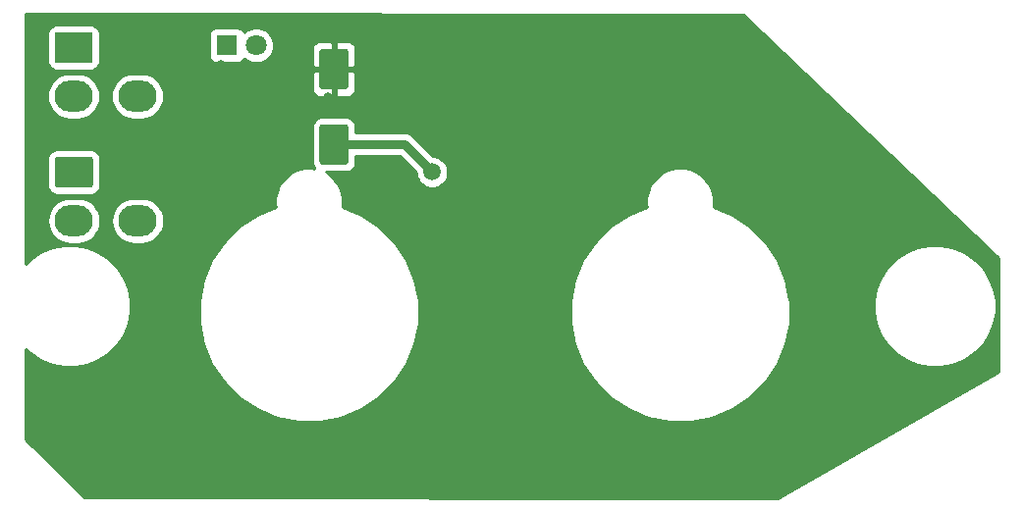
<source format=gbr>
%TF.GenerationSoftware,KiCad,Pcbnew,(5.1.10)-1*%
%TF.CreationDate,2021-10-30T00:49:30-07:00*%
%TF.ProjectId,ANT SEL Panel PCB V2,414e5420-5345-44c2-9050-616e656c2050,rev?*%
%TF.SameCoordinates,Original*%
%TF.FileFunction,Copper,L2,Bot*%
%TF.FilePolarity,Positive*%
%FSLAX46Y46*%
G04 Gerber Fmt 4.6, Leading zero omitted, Abs format (unit mm)*
G04 Created by KiCad (PCBNEW (5.1.10)-1) date 2021-10-30 00:49:30*
%MOMM*%
%LPD*%
G01*
G04 APERTURE LIST*
%TA.AperFunction,ComponentPad*%
%ADD10O,3.300000X2.700000*%
%TD*%
%TA.AperFunction,ComponentPad*%
%ADD11C,1.800000*%
%TD*%
%TA.AperFunction,ComponentPad*%
%ADD12R,1.800000X1.800000*%
%TD*%
%TA.AperFunction,ViaPad*%
%ADD13C,0.800000*%
%TD*%
%TA.AperFunction,ViaPad*%
%ADD14C,1.500000*%
%TD*%
%TA.AperFunction,Conductor*%
%ADD15C,0.750000*%
%TD*%
%TA.AperFunction,Conductor*%
%ADD16C,0.254000*%
%TD*%
%TA.AperFunction,Conductor*%
%ADD17C,0.100000*%
%TD*%
G04 APERTURE END LIST*
D10*
%TO.P,J2,4*%
%TO.N,/DATAOUT*%
X87930620Y-56889760D03*
%TO.P,J2,3*%
%TO.N,/LEDGND*%
X87930620Y-52689760D03*
%TO.P,J2,2*%
%TO.N,/LED+5V*%
X82430620Y-56889760D03*
%TO.P,J2,1*%
%TA.AperFunction,ComponentPad*%
G36*
G01*
X81030621Y-51339760D02*
X83830619Y-51339760D01*
G75*
G02*
X84080620Y-51589761I0J-250001D01*
G01*
X84080620Y-53789759D01*
G75*
G02*
X83830619Y-54039760I-250001J0D01*
G01*
X81030621Y-54039760D01*
G75*
G02*
X80780620Y-53789759I0J250001D01*
G01*
X80780620Y-51589761D01*
G75*
G02*
X81030621Y-51339760I250001J0D01*
G01*
G37*
%TD.AperFunction*%
%TD*%
%TO.P,J1,4*%
%TO.N,/DATAIN*%
X87905220Y-46137940D03*
%TO.P,J1,3*%
%TO.N,/LEDGND*%
X87905220Y-41937940D03*
%TO.P,J1,2*%
%TO.N,/LED+5V*%
X82405220Y-46137940D03*
%TO.P,J1,1*%
%TA.AperFunction,ComponentPad*%
G36*
G01*
X81005221Y-40587940D02*
X83805219Y-40587940D01*
G75*
G02*
X84055220Y-40837941I0J-250001D01*
G01*
X84055220Y-43037939D01*
G75*
G02*
X83805219Y-43287940I-250001J0D01*
G01*
X81005221Y-43287940D01*
G75*
G02*
X80755220Y-43037939I0J250001D01*
G01*
X80755220Y-40837941D01*
G75*
G02*
X81005221Y-40587940I250001J0D01*
G01*
G37*
%TD.AperFunction*%
%TD*%
D11*
%TO.P,D14,2*%
%TO.N,/LED+5V*%
X98150000Y-41750000D03*
D12*
%TO.P,D14,1*%
%TO.N,Net-(D14-Pad1)*%
X95610000Y-41750000D03*
%TD*%
%TO.P,C1,2*%
%TO.N,/LEDGND*%
%TA.AperFunction,SMDPad,CuDef*%
G36*
G01*
X105850000Y-45550000D02*
X103850000Y-45550000D01*
G75*
G02*
X103600000Y-45300000I0J250000D01*
G01*
X103600000Y-42300000D01*
G75*
G02*
X103850000Y-42050000I250000J0D01*
G01*
X105850000Y-42050000D01*
G75*
G02*
X106100000Y-42300000I0J-250000D01*
G01*
X106100000Y-45300000D01*
G75*
G02*
X105850000Y-45550000I-250000J0D01*
G01*
G37*
%TD.AperFunction*%
%TO.P,C1,1*%
%TO.N,/LED+5V*%
%TA.AperFunction,SMDPad,CuDef*%
G36*
G01*
X105850000Y-52050000D02*
X103850000Y-52050000D01*
G75*
G02*
X103600000Y-51800000I0J250000D01*
G01*
X103600000Y-48800000D01*
G75*
G02*
X103850000Y-48550000I250000J0D01*
G01*
X105850000Y-48550000D01*
G75*
G02*
X106100000Y-48800000I0J-250000D01*
G01*
X106100000Y-51800000D01*
G75*
G02*
X105850000Y-52050000I-250000J0D01*
G01*
G37*
%TD.AperFunction*%
%TD*%
D13*
%TO.N,/LEDGND*%
X112524240Y-47086820D03*
X112623600Y-44361100D03*
X120291860Y-44602400D03*
X127589280Y-44663360D03*
X138897360Y-50360580D03*
X144447260Y-56715660D03*
X133728460Y-78181200D03*
X110837980Y-77518260D03*
X101510200Y-78842500D03*
X93078300Y-72771000D03*
X97840800Y-46743620D03*
X104294940Y-46222920D03*
X127073660Y-51531520D03*
X95074740Y-43426380D03*
X144505680Y-76344780D03*
D14*
%TO.N,/LED+5V*%
X113309400Y-52677060D03*
%TD*%
D15*
%TO.N,/LED+5V*%
X104850000Y-50300000D02*
X104850000Y-50910560D01*
X104850000Y-50300000D02*
X110932340Y-50300000D01*
X110932340Y-50300000D02*
X113309400Y-52677060D01*
X113309400Y-52677060D02*
X113309400Y-52677060D01*
%TD*%
D16*
%TO.N,/LEDGND*%
X140174330Y-39109453D02*
X162129000Y-60134851D01*
X162129001Y-69910574D01*
X143073640Y-80848846D01*
X83341063Y-80798439D01*
X78285000Y-75765351D01*
X78285000Y-67942907D01*
X78696679Y-68354586D01*
X79560973Y-68932090D01*
X80521326Y-69329881D01*
X81540831Y-69532673D01*
X82580309Y-69532673D01*
X83599814Y-69329881D01*
X84560167Y-68932090D01*
X85424461Y-68354586D01*
X86159483Y-67619564D01*
X86736987Y-66755270D01*
X87134778Y-65794917D01*
X87337570Y-64775412D01*
X87337570Y-63830270D01*
X93221070Y-63830270D01*
X93221070Y-65697076D01*
X93585266Y-67528012D01*
X94299662Y-69252716D01*
X95336804Y-70804908D01*
X96656835Y-72124939D01*
X98209027Y-73162081D01*
X99933731Y-73876477D01*
X101764667Y-74240673D01*
X103631473Y-74240673D01*
X105462409Y-73876477D01*
X107187113Y-73162081D01*
X108739305Y-72124939D01*
X110059336Y-70804908D01*
X111096478Y-69252716D01*
X111810874Y-67528012D01*
X112175070Y-65697076D01*
X112175070Y-63830270D01*
X125225070Y-63830270D01*
X125225070Y-65697076D01*
X125589266Y-67528012D01*
X126303662Y-69252716D01*
X127340804Y-70804908D01*
X128660835Y-72124939D01*
X130213027Y-73162081D01*
X131937731Y-73876477D01*
X133768667Y-74240673D01*
X135635473Y-74240673D01*
X137466409Y-73876477D01*
X139191113Y-73162081D01*
X140743305Y-72124939D01*
X142063336Y-70804908D01*
X143100478Y-69252716D01*
X143814874Y-67528012D01*
X144179070Y-65697076D01*
X144179070Y-63830270D01*
X144160306Y-63735934D01*
X151396070Y-63735934D01*
X151396070Y-64775412D01*
X151598862Y-65794917D01*
X151996653Y-66755270D01*
X152574157Y-67619564D01*
X153309179Y-68354586D01*
X154173473Y-68932090D01*
X155133826Y-69329881D01*
X156153331Y-69532673D01*
X157192809Y-69532673D01*
X158212314Y-69329881D01*
X159172667Y-68932090D01*
X160036961Y-68354586D01*
X160771983Y-67619564D01*
X161349487Y-66755270D01*
X161747278Y-65794917D01*
X161950070Y-64775412D01*
X161950070Y-63735934D01*
X161747278Y-62716429D01*
X161349487Y-61756076D01*
X160771983Y-60891782D01*
X160036961Y-60156760D01*
X159172667Y-59579256D01*
X158212314Y-59181465D01*
X157192809Y-58978673D01*
X156153331Y-58978673D01*
X155133826Y-59181465D01*
X154173473Y-59579256D01*
X153309179Y-60156760D01*
X152574157Y-60891782D01*
X151996653Y-61756076D01*
X151598862Y-62716429D01*
X151396070Y-63735934D01*
X144160306Y-63735934D01*
X143814874Y-61999334D01*
X143100478Y-60274630D01*
X142063336Y-58722438D01*
X140743305Y-57402407D01*
X139191113Y-56365265D01*
X137580729Y-55698222D01*
X137615070Y-55525578D01*
X137615070Y-54951768D01*
X137503125Y-54388982D01*
X137283537Y-53858850D01*
X136964745Y-53381744D01*
X136558999Y-52975998D01*
X136081893Y-52657206D01*
X135551761Y-52437618D01*
X134988975Y-52325673D01*
X134415165Y-52325673D01*
X133852379Y-52437618D01*
X133322247Y-52657206D01*
X132845141Y-52975998D01*
X132439395Y-53381744D01*
X132120603Y-53858850D01*
X131901015Y-54388982D01*
X131789070Y-54951768D01*
X131789070Y-55525578D01*
X131823411Y-55698222D01*
X130213027Y-56365265D01*
X128660835Y-57402407D01*
X127340804Y-58722438D01*
X126303662Y-60274630D01*
X125589266Y-61999334D01*
X125225070Y-63830270D01*
X112175070Y-63830270D01*
X111810874Y-61999334D01*
X111096478Y-60274630D01*
X110059336Y-58722438D01*
X108739305Y-57402407D01*
X107187113Y-56365265D01*
X105576729Y-55698222D01*
X105611070Y-55525578D01*
X105611070Y-54951768D01*
X105499125Y-54388982D01*
X105279537Y-53858850D01*
X104960745Y-53381744D01*
X104554999Y-52975998D01*
X104124087Y-52688072D01*
X105850000Y-52688072D01*
X106023254Y-52671008D01*
X106189850Y-52620472D01*
X106343386Y-52538405D01*
X106477962Y-52427962D01*
X106588405Y-52293386D01*
X106670472Y-52139850D01*
X106721008Y-51973254D01*
X106738072Y-51800000D01*
X106738072Y-51310000D01*
X110513985Y-51310000D01*
X111924400Y-52720416D01*
X111924400Y-52813471D01*
X111977625Y-53081049D01*
X112082029Y-53333103D01*
X112233601Y-53559946D01*
X112426514Y-53752859D01*
X112653357Y-53904431D01*
X112905411Y-54008835D01*
X113172989Y-54062060D01*
X113445811Y-54062060D01*
X113713389Y-54008835D01*
X113965443Y-53904431D01*
X114192286Y-53752859D01*
X114385199Y-53559946D01*
X114536771Y-53333103D01*
X114641175Y-53081049D01*
X114694400Y-52813471D01*
X114694400Y-52540649D01*
X114641175Y-52273071D01*
X114536771Y-52021017D01*
X114385199Y-51794174D01*
X114192286Y-51601261D01*
X113965443Y-51449689D01*
X113713389Y-51345285D01*
X113445811Y-51292060D01*
X113352756Y-51292060D01*
X111681601Y-49620906D01*
X111649973Y-49582367D01*
X111496180Y-49456153D01*
X111320720Y-49362368D01*
X111130334Y-49304615D01*
X110981948Y-49290000D01*
X110932340Y-49285114D01*
X110882732Y-49290000D01*
X106738072Y-49290000D01*
X106738072Y-48800000D01*
X106721008Y-48626746D01*
X106670472Y-48460150D01*
X106588405Y-48306614D01*
X106477962Y-48172038D01*
X106343386Y-48061595D01*
X106189850Y-47979528D01*
X106023254Y-47928992D01*
X105850000Y-47911928D01*
X103850000Y-47911928D01*
X103676746Y-47928992D01*
X103510150Y-47979528D01*
X103356614Y-48061595D01*
X103222038Y-48172038D01*
X103111595Y-48306614D01*
X103029528Y-48460150D01*
X102978992Y-48626746D01*
X102961928Y-48800000D01*
X102961928Y-51800000D01*
X102978992Y-51973254D01*
X103029528Y-52139850D01*
X103111595Y-52293386D01*
X103167964Y-52362072D01*
X102984975Y-52325673D01*
X102411165Y-52325673D01*
X101848379Y-52437618D01*
X101318247Y-52657206D01*
X100841141Y-52975998D01*
X100435395Y-53381744D01*
X100116603Y-53858850D01*
X99897015Y-54388982D01*
X99785070Y-54951768D01*
X99785070Y-55525578D01*
X99819411Y-55698222D01*
X98209027Y-56365265D01*
X96656835Y-57402407D01*
X95336804Y-58722438D01*
X94299662Y-60274630D01*
X93585266Y-61999334D01*
X93221070Y-63830270D01*
X87337570Y-63830270D01*
X87337570Y-63735934D01*
X87134778Y-62716429D01*
X86736987Y-61756076D01*
X86159483Y-60891782D01*
X85424461Y-60156760D01*
X84560167Y-59579256D01*
X83599814Y-59181465D01*
X82580309Y-58978673D01*
X81540831Y-58978673D01*
X80521326Y-59181465D01*
X79560973Y-59579256D01*
X78696679Y-60156760D01*
X78285000Y-60568439D01*
X78285000Y-56889760D01*
X80136016Y-56889760D01*
X80174342Y-57278888D01*
X80287846Y-57653062D01*
X80472167Y-57997903D01*
X80720222Y-58300158D01*
X81022477Y-58548213D01*
X81367318Y-58732534D01*
X81741492Y-58846038D01*
X82033110Y-58874760D01*
X82828130Y-58874760D01*
X83119748Y-58846038D01*
X83493922Y-58732534D01*
X83838763Y-58548213D01*
X84141018Y-58300158D01*
X84389073Y-57997903D01*
X84573394Y-57653062D01*
X84686898Y-57278888D01*
X84725224Y-56889760D01*
X85636016Y-56889760D01*
X85674342Y-57278888D01*
X85787846Y-57653062D01*
X85972167Y-57997903D01*
X86220222Y-58300158D01*
X86522477Y-58548213D01*
X86867318Y-58732534D01*
X87241492Y-58846038D01*
X87533110Y-58874760D01*
X88328130Y-58874760D01*
X88619748Y-58846038D01*
X88993922Y-58732534D01*
X89338763Y-58548213D01*
X89641018Y-58300158D01*
X89889073Y-57997903D01*
X90073394Y-57653062D01*
X90186898Y-57278888D01*
X90225224Y-56889760D01*
X90186898Y-56500632D01*
X90073394Y-56126458D01*
X89889073Y-55781617D01*
X89641018Y-55479362D01*
X89338763Y-55231307D01*
X88993922Y-55046986D01*
X88619748Y-54933482D01*
X88328130Y-54904760D01*
X87533110Y-54904760D01*
X87241492Y-54933482D01*
X86867318Y-55046986D01*
X86522477Y-55231307D01*
X86220222Y-55479362D01*
X85972167Y-55781617D01*
X85787846Y-56126458D01*
X85674342Y-56500632D01*
X85636016Y-56889760D01*
X84725224Y-56889760D01*
X84686898Y-56500632D01*
X84573394Y-56126458D01*
X84389073Y-55781617D01*
X84141018Y-55479362D01*
X83838763Y-55231307D01*
X83493922Y-55046986D01*
X83119748Y-54933482D01*
X82828130Y-54904760D01*
X82033110Y-54904760D01*
X81741492Y-54933482D01*
X81367318Y-55046986D01*
X81022477Y-55231307D01*
X80720222Y-55479362D01*
X80472167Y-55781617D01*
X80287846Y-56126458D01*
X80174342Y-56500632D01*
X80136016Y-56889760D01*
X78285000Y-56889760D01*
X78285000Y-51589761D01*
X80142548Y-51589761D01*
X80142548Y-53789759D01*
X80159612Y-53963013D01*
X80210149Y-54129610D01*
X80292215Y-54283146D01*
X80402659Y-54417721D01*
X80537234Y-54528165D01*
X80690770Y-54610231D01*
X80857367Y-54660768D01*
X81030621Y-54677832D01*
X83830619Y-54677832D01*
X84003873Y-54660768D01*
X84170470Y-54610231D01*
X84324006Y-54528165D01*
X84458581Y-54417721D01*
X84569025Y-54283146D01*
X84651091Y-54129610D01*
X84701628Y-53963013D01*
X84718692Y-53789759D01*
X84718692Y-51589761D01*
X84701628Y-51416507D01*
X84651091Y-51249910D01*
X84569025Y-51096374D01*
X84458581Y-50961799D01*
X84324006Y-50851355D01*
X84170470Y-50769289D01*
X84003873Y-50718752D01*
X83830619Y-50701688D01*
X81030621Y-50701688D01*
X80857367Y-50718752D01*
X80690770Y-50769289D01*
X80537234Y-50851355D01*
X80402659Y-50961799D01*
X80292215Y-51096374D01*
X80210149Y-51249910D01*
X80159612Y-51416507D01*
X80142548Y-51589761D01*
X78285000Y-51589761D01*
X78285000Y-46137940D01*
X80110616Y-46137940D01*
X80148942Y-46527068D01*
X80262446Y-46901242D01*
X80446767Y-47246083D01*
X80694822Y-47548338D01*
X80997077Y-47796393D01*
X81341918Y-47980714D01*
X81716092Y-48094218D01*
X82007710Y-48122940D01*
X82802730Y-48122940D01*
X83094348Y-48094218D01*
X83468522Y-47980714D01*
X83813363Y-47796393D01*
X84115618Y-47548338D01*
X84363673Y-47246083D01*
X84547994Y-46901242D01*
X84661498Y-46527068D01*
X84699824Y-46137940D01*
X85610616Y-46137940D01*
X85648942Y-46527068D01*
X85762446Y-46901242D01*
X85946767Y-47246083D01*
X86194822Y-47548338D01*
X86497077Y-47796393D01*
X86841918Y-47980714D01*
X87216092Y-48094218D01*
X87507710Y-48122940D01*
X88302730Y-48122940D01*
X88594348Y-48094218D01*
X88968522Y-47980714D01*
X89313363Y-47796393D01*
X89615618Y-47548338D01*
X89863673Y-47246083D01*
X90047994Y-46901242D01*
X90161498Y-46527068D01*
X90199824Y-46137940D01*
X90161498Y-45748812D01*
X90101190Y-45550000D01*
X102961928Y-45550000D01*
X102974188Y-45674482D01*
X103010498Y-45794180D01*
X103069463Y-45904494D01*
X103148815Y-46001185D01*
X103245506Y-46080537D01*
X103355820Y-46139502D01*
X103475518Y-46175812D01*
X103600000Y-46188072D01*
X104564250Y-46185000D01*
X104723000Y-46026250D01*
X104723000Y-43927000D01*
X104977000Y-43927000D01*
X104977000Y-46026250D01*
X105135750Y-46185000D01*
X106100000Y-46188072D01*
X106224482Y-46175812D01*
X106344180Y-46139502D01*
X106454494Y-46080537D01*
X106551185Y-46001185D01*
X106630537Y-45904494D01*
X106689502Y-45794180D01*
X106725812Y-45674482D01*
X106738072Y-45550000D01*
X106735000Y-44085750D01*
X106576250Y-43927000D01*
X104977000Y-43927000D01*
X104723000Y-43927000D01*
X103123750Y-43927000D01*
X102965000Y-44085750D01*
X102961928Y-45550000D01*
X90101190Y-45550000D01*
X90047994Y-45374638D01*
X89863673Y-45029797D01*
X89615618Y-44727542D01*
X89313363Y-44479487D01*
X88968522Y-44295166D01*
X88594348Y-44181662D01*
X88302730Y-44152940D01*
X87507710Y-44152940D01*
X87216092Y-44181662D01*
X86841918Y-44295166D01*
X86497077Y-44479487D01*
X86194822Y-44727542D01*
X85946767Y-45029797D01*
X85762446Y-45374638D01*
X85648942Y-45748812D01*
X85610616Y-46137940D01*
X84699824Y-46137940D01*
X84661498Y-45748812D01*
X84547994Y-45374638D01*
X84363673Y-45029797D01*
X84115618Y-44727542D01*
X83813363Y-44479487D01*
X83468522Y-44295166D01*
X83094348Y-44181662D01*
X82802730Y-44152940D01*
X82007710Y-44152940D01*
X81716092Y-44181662D01*
X81341918Y-44295166D01*
X80997077Y-44479487D01*
X80694822Y-44727542D01*
X80446767Y-45029797D01*
X80262446Y-45374638D01*
X80148942Y-45748812D01*
X80110616Y-46137940D01*
X78285000Y-46137940D01*
X78285000Y-40837941D01*
X80117148Y-40837941D01*
X80117148Y-43037939D01*
X80134212Y-43211193D01*
X80184749Y-43377790D01*
X80266815Y-43531326D01*
X80377259Y-43665901D01*
X80511834Y-43776345D01*
X80665370Y-43858411D01*
X80831967Y-43908948D01*
X81005221Y-43926012D01*
X83805219Y-43926012D01*
X83978473Y-43908948D01*
X84145070Y-43858411D01*
X84298606Y-43776345D01*
X84433181Y-43665901D01*
X84543625Y-43531326D01*
X84625691Y-43377790D01*
X84676228Y-43211193D01*
X84693292Y-43037939D01*
X84693292Y-40850000D01*
X94071928Y-40850000D01*
X94071928Y-42650000D01*
X94084188Y-42774482D01*
X94120498Y-42894180D01*
X94179463Y-43004494D01*
X94258815Y-43101185D01*
X94355506Y-43180537D01*
X94465820Y-43239502D01*
X94585518Y-43275812D01*
X94710000Y-43288072D01*
X96510000Y-43288072D01*
X96634482Y-43275812D01*
X96754180Y-43239502D01*
X96864494Y-43180537D01*
X96961185Y-43101185D01*
X97040537Y-43004494D01*
X97099502Y-42894180D01*
X97105056Y-42875873D01*
X97171495Y-42942312D01*
X97422905Y-43110299D01*
X97702257Y-43226011D01*
X97998816Y-43285000D01*
X98301184Y-43285000D01*
X98597743Y-43226011D01*
X98877095Y-43110299D01*
X99128505Y-42942312D01*
X99342312Y-42728505D01*
X99510299Y-42477095D01*
X99626011Y-42197743D01*
X99655398Y-42050000D01*
X102961928Y-42050000D01*
X102965000Y-43514250D01*
X103123750Y-43673000D01*
X104723000Y-43673000D01*
X104723000Y-41573750D01*
X104977000Y-41573750D01*
X104977000Y-43673000D01*
X106576250Y-43673000D01*
X106735000Y-43514250D01*
X106738072Y-42050000D01*
X106725812Y-41925518D01*
X106689502Y-41805820D01*
X106630537Y-41695506D01*
X106551185Y-41598815D01*
X106454494Y-41519463D01*
X106344180Y-41460498D01*
X106224482Y-41424188D01*
X106100000Y-41411928D01*
X105135750Y-41415000D01*
X104977000Y-41573750D01*
X104723000Y-41573750D01*
X104564250Y-41415000D01*
X103600000Y-41411928D01*
X103475518Y-41424188D01*
X103355820Y-41460498D01*
X103245506Y-41519463D01*
X103148815Y-41598815D01*
X103069463Y-41695506D01*
X103010498Y-41805820D01*
X102974188Y-41925518D01*
X102961928Y-42050000D01*
X99655398Y-42050000D01*
X99685000Y-41901184D01*
X99685000Y-41598816D01*
X99626011Y-41302257D01*
X99510299Y-41022905D01*
X99342312Y-40771495D01*
X99128505Y-40557688D01*
X98877095Y-40389701D01*
X98597743Y-40273989D01*
X98301184Y-40215000D01*
X97998816Y-40215000D01*
X97702257Y-40273989D01*
X97422905Y-40389701D01*
X97171495Y-40557688D01*
X97105056Y-40624127D01*
X97099502Y-40605820D01*
X97040537Y-40495506D01*
X96961185Y-40398815D01*
X96864494Y-40319463D01*
X96754180Y-40260498D01*
X96634482Y-40224188D01*
X96510000Y-40211928D01*
X94710000Y-40211928D01*
X94585518Y-40224188D01*
X94465820Y-40260498D01*
X94355506Y-40319463D01*
X94258815Y-40398815D01*
X94179463Y-40495506D01*
X94120498Y-40605820D01*
X94084188Y-40725518D01*
X94071928Y-40850000D01*
X84693292Y-40850000D01*
X84693292Y-40837941D01*
X84676228Y-40664687D01*
X84625691Y-40498090D01*
X84543625Y-40344554D01*
X84433181Y-40209979D01*
X84298606Y-40099535D01*
X84145070Y-40017469D01*
X83978473Y-39966932D01*
X83805219Y-39949868D01*
X81005221Y-39949868D01*
X80831967Y-39966932D01*
X80665370Y-40017469D01*
X80511834Y-40099535D01*
X80377259Y-40209979D01*
X80266815Y-40344554D01*
X80184749Y-40498090D01*
X80134212Y-40664687D01*
X80117148Y-40837941D01*
X78285000Y-40837941D01*
X78285000Y-38986363D01*
X140174330Y-39109453D01*
%TA.AperFunction,Conductor*%
D17*
G36*
X140174330Y-39109453D02*
G01*
X162129000Y-60134851D01*
X162129001Y-69910574D01*
X143073640Y-80848846D01*
X83341063Y-80798439D01*
X78285000Y-75765351D01*
X78285000Y-67942907D01*
X78696679Y-68354586D01*
X79560973Y-68932090D01*
X80521326Y-69329881D01*
X81540831Y-69532673D01*
X82580309Y-69532673D01*
X83599814Y-69329881D01*
X84560167Y-68932090D01*
X85424461Y-68354586D01*
X86159483Y-67619564D01*
X86736987Y-66755270D01*
X87134778Y-65794917D01*
X87337570Y-64775412D01*
X87337570Y-63830270D01*
X93221070Y-63830270D01*
X93221070Y-65697076D01*
X93585266Y-67528012D01*
X94299662Y-69252716D01*
X95336804Y-70804908D01*
X96656835Y-72124939D01*
X98209027Y-73162081D01*
X99933731Y-73876477D01*
X101764667Y-74240673D01*
X103631473Y-74240673D01*
X105462409Y-73876477D01*
X107187113Y-73162081D01*
X108739305Y-72124939D01*
X110059336Y-70804908D01*
X111096478Y-69252716D01*
X111810874Y-67528012D01*
X112175070Y-65697076D01*
X112175070Y-63830270D01*
X125225070Y-63830270D01*
X125225070Y-65697076D01*
X125589266Y-67528012D01*
X126303662Y-69252716D01*
X127340804Y-70804908D01*
X128660835Y-72124939D01*
X130213027Y-73162081D01*
X131937731Y-73876477D01*
X133768667Y-74240673D01*
X135635473Y-74240673D01*
X137466409Y-73876477D01*
X139191113Y-73162081D01*
X140743305Y-72124939D01*
X142063336Y-70804908D01*
X143100478Y-69252716D01*
X143814874Y-67528012D01*
X144179070Y-65697076D01*
X144179070Y-63830270D01*
X144160306Y-63735934D01*
X151396070Y-63735934D01*
X151396070Y-64775412D01*
X151598862Y-65794917D01*
X151996653Y-66755270D01*
X152574157Y-67619564D01*
X153309179Y-68354586D01*
X154173473Y-68932090D01*
X155133826Y-69329881D01*
X156153331Y-69532673D01*
X157192809Y-69532673D01*
X158212314Y-69329881D01*
X159172667Y-68932090D01*
X160036961Y-68354586D01*
X160771983Y-67619564D01*
X161349487Y-66755270D01*
X161747278Y-65794917D01*
X161950070Y-64775412D01*
X161950070Y-63735934D01*
X161747278Y-62716429D01*
X161349487Y-61756076D01*
X160771983Y-60891782D01*
X160036961Y-60156760D01*
X159172667Y-59579256D01*
X158212314Y-59181465D01*
X157192809Y-58978673D01*
X156153331Y-58978673D01*
X155133826Y-59181465D01*
X154173473Y-59579256D01*
X153309179Y-60156760D01*
X152574157Y-60891782D01*
X151996653Y-61756076D01*
X151598862Y-62716429D01*
X151396070Y-63735934D01*
X144160306Y-63735934D01*
X143814874Y-61999334D01*
X143100478Y-60274630D01*
X142063336Y-58722438D01*
X140743305Y-57402407D01*
X139191113Y-56365265D01*
X137580729Y-55698222D01*
X137615070Y-55525578D01*
X137615070Y-54951768D01*
X137503125Y-54388982D01*
X137283537Y-53858850D01*
X136964745Y-53381744D01*
X136558999Y-52975998D01*
X136081893Y-52657206D01*
X135551761Y-52437618D01*
X134988975Y-52325673D01*
X134415165Y-52325673D01*
X133852379Y-52437618D01*
X133322247Y-52657206D01*
X132845141Y-52975998D01*
X132439395Y-53381744D01*
X132120603Y-53858850D01*
X131901015Y-54388982D01*
X131789070Y-54951768D01*
X131789070Y-55525578D01*
X131823411Y-55698222D01*
X130213027Y-56365265D01*
X128660835Y-57402407D01*
X127340804Y-58722438D01*
X126303662Y-60274630D01*
X125589266Y-61999334D01*
X125225070Y-63830270D01*
X112175070Y-63830270D01*
X111810874Y-61999334D01*
X111096478Y-60274630D01*
X110059336Y-58722438D01*
X108739305Y-57402407D01*
X107187113Y-56365265D01*
X105576729Y-55698222D01*
X105611070Y-55525578D01*
X105611070Y-54951768D01*
X105499125Y-54388982D01*
X105279537Y-53858850D01*
X104960745Y-53381744D01*
X104554999Y-52975998D01*
X104124087Y-52688072D01*
X105850000Y-52688072D01*
X106023254Y-52671008D01*
X106189850Y-52620472D01*
X106343386Y-52538405D01*
X106477962Y-52427962D01*
X106588405Y-52293386D01*
X106670472Y-52139850D01*
X106721008Y-51973254D01*
X106738072Y-51800000D01*
X106738072Y-51310000D01*
X110513985Y-51310000D01*
X111924400Y-52720416D01*
X111924400Y-52813471D01*
X111977625Y-53081049D01*
X112082029Y-53333103D01*
X112233601Y-53559946D01*
X112426514Y-53752859D01*
X112653357Y-53904431D01*
X112905411Y-54008835D01*
X113172989Y-54062060D01*
X113445811Y-54062060D01*
X113713389Y-54008835D01*
X113965443Y-53904431D01*
X114192286Y-53752859D01*
X114385199Y-53559946D01*
X114536771Y-53333103D01*
X114641175Y-53081049D01*
X114694400Y-52813471D01*
X114694400Y-52540649D01*
X114641175Y-52273071D01*
X114536771Y-52021017D01*
X114385199Y-51794174D01*
X114192286Y-51601261D01*
X113965443Y-51449689D01*
X113713389Y-51345285D01*
X113445811Y-51292060D01*
X113352756Y-51292060D01*
X111681601Y-49620906D01*
X111649973Y-49582367D01*
X111496180Y-49456153D01*
X111320720Y-49362368D01*
X111130334Y-49304615D01*
X110981948Y-49290000D01*
X110932340Y-49285114D01*
X110882732Y-49290000D01*
X106738072Y-49290000D01*
X106738072Y-48800000D01*
X106721008Y-48626746D01*
X106670472Y-48460150D01*
X106588405Y-48306614D01*
X106477962Y-48172038D01*
X106343386Y-48061595D01*
X106189850Y-47979528D01*
X106023254Y-47928992D01*
X105850000Y-47911928D01*
X103850000Y-47911928D01*
X103676746Y-47928992D01*
X103510150Y-47979528D01*
X103356614Y-48061595D01*
X103222038Y-48172038D01*
X103111595Y-48306614D01*
X103029528Y-48460150D01*
X102978992Y-48626746D01*
X102961928Y-48800000D01*
X102961928Y-51800000D01*
X102978992Y-51973254D01*
X103029528Y-52139850D01*
X103111595Y-52293386D01*
X103167964Y-52362072D01*
X102984975Y-52325673D01*
X102411165Y-52325673D01*
X101848379Y-52437618D01*
X101318247Y-52657206D01*
X100841141Y-52975998D01*
X100435395Y-53381744D01*
X100116603Y-53858850D01*
X99897015Y-54388982D01*
X99785070Y-54951768D01*
X99785070Y-55525578D01*
X99819411Y-55698222D01*
X98209027Y-56365265D01*
X96656835Y-57402407D01*
X95336804Y-58722438D01*
X94299662Y-60274630D01*
X93585266Y-61999334D01*
X93221070Y-63830270D01*
X87337570Y-63830270D01*
X87337570Y-63735934D01*
X87134778Y-62716429D01*
X86736987Y-61756076D01*
X86159483Y-60891782D01*
X85424461Y-60156760D01*
X84560167Y-59579256D01*
X83599814Y-59181465D01*
X82580309Y-58978673D01*
X81540831Y-58978673D01*
X80521326Y-59181465D01*
X79560973Y-59579256D01*
X78696679Y-60156760D01*
X78285000Y-60568439D01*
X78285000Y-56889760D01*
X80136016Y-56889760D01*
X80174342Y-57278888D01*
X80287846Y-57653062D01*
X80472167Y-57997903D01*
X80720222Y-58300158D01*
X81022477Y-58548213D01*
X81367318Y-58732534D01*
X81741492Y-58846038D01*
X82033110Y-58874760D01*
X82828130Y-58874760D01*
X83119748Y-58846038D01*
X83493922Y-58732534D01*
X83838763Y-58548213D01*
X84141018Y-58300158D01*
X84389073Y-57997903D01*
X84573394Y-57653062D01*
X84686898Y-57278888D01*
X84725224Y-56889760D01*
X85636016Y-56889760D01*
X85674342Y-57278888D01*
X85787846Y-57653062D01*
X85972167Y-57997903D01*
X86220222Y-58300158D01*
X86522477Y-58548213D01*
X86867318Y-58732534D01*
X87241492Y-58846038D01*
X87533110Y-58874760D01*
X88328130Y-58874760D01*
X88619748Y-58846038D01*
X88993922Y-58732534D01*
X89338763Y-58548213D01*
X89641018Y-58300158D01*
X89889073Y-57997903D01*
X90073394Y-57653062D01*
X90186898Y-57278888D01*
X90225224Y-56889760D01*
X90186898Y-56500632D01*
X90073394Y-56126458D01*
X89889073Y-55781617D01*
X89641018Y-55479362D01*
X89338763Y-55231307D01*
X88993922Y-55046986D01*
X88619748Y-54933482D01*
X88328130Y-54904760D01*
X87533110Y-54904760D01*
X87241492Y-54933482D01*
X86867318Y-55046986D01*
X86522477Y-55231307D01*
X86220222Y-55479362D01*
X85972167Y-55781617D01*
X85787846Y-56126458D01*
X85674342Y-56500632D01*
X85636016Y-56889760D01*
X84725224Y-56889760D01*
X84686898Y-56500632D01*
X84573394Y-56126458D01*
X84389073Y-55781617D01*
X84141018Y-55479362D01*
X83838763Y-55231307D01*
X83493922Y-55046986D01*
X83119748Y-54933482D01*
X82828130Y-54904760D01*
X82033110Y-54904760D01*
X81741492Y-54933482D01*
X81367318Y-55046986D01*
X81022477Y-55231307D01*
X80720222Y-55479362D01*
X80472167Y-55781617D01*
X80287846Y-56126458D01*
X80174342Y-56500632D01*
X80136016Y-56889760D01*
X78285000Y-56889760D01*
X78285000Y-51589761D01*
X80142548Y-51589761D01*
X80142548Y-53789759D01*
X80159612Y-53963013D01*
X80210149Y-54129610D01*
X80292215Y-54283146D01*
X80402659Y-54417721D01*
X80537234Y-54528165D01*
X80690770Y-54610231D01*
X80857367Y-54660768D01*
X81030621Y-54677832D01*
X83830619Y-54677832D01*
X84003873Y-54660768D01*
X84170470Y-54610231D01*
X84324006Y-54528165D01*
X84458581Y-54417721D01*
X84569025Y-54283146D01*
X84651091Y-54129610D01*
X84701628Y-53963013D01*
X84718692Y-53789759D01*
X84718692Y-51589761D01*
X84701628Y-51416507D01*
X84651091Y-51249910D01*
X84569025Y-51096374D01*
X84458581Y-50961799D01*
X84324006Y-50851355D01*
X84170470Y-50769289D01*
X84003873Y-50718752D01*
X83830619Y-50701688D01*
X81030621Y-50701688D01*
X80857367Y-50718752D01*
X80690770Y-50769289D01*
X80537234Y-50851355D01*
X80402659Y-50961799D01*
X80292215Y-51096374D01*
X80210149Y-51249910D01*
X80159612Y-51416507D01*
X80142548Y-51589761D01*
X78285000Y-51589761D01*
X78285000Y-46137940D01*
X80110616Y-46137940D01*
X80148942Y-46527068D01*
X80262446Y-46901242D01*
X80446767Y-47246083D01*
X80694822Y-47548338D01*
X80997077Y-47796393D01*
X81341918Y-47980714D01*
X81716092Y-48094218D01*
X82007710Y-48122940D01*
X82802730Y-48122940D01*
X83094348Y-48094218D01*
X83468522Y-47980714D01*
X83813363Y-47796393D01*
X84115618Y-47548338D01*
X84363673Y-47246083D01*
X84547994Y-46901242D01*
X84661498Y-46527068D01*
X84699824Y-46137940D01*
X85610616Y-46137940D01*
X85648942Y-46527068D01*
X85762446Y-46901242D01*
X85946767Y-47246083D01*
X86194822Y-47548338D01*
X86497077Y-47796393D01*
X86841918Y-47980714D01*
X87216092Y-48094218D01*
X87507710Y-48122940D01*
X88302730Y-48122940D01*
X88594348Y-48094218D01*
X88968522Y-47980714D01*
X89313363Y-47796393D01*
X89615618Y-47548338D01*
X89863673Y-47246083D01*
X90047994Y-46901242D01*
X90161498Y-46527068D01*
X90199824Y-46137940D01*
X90161498Y-45748812D01*
X90101190Y-45550000D01*
X102961928Y-45550000D01*
X102974188Y-45674482D01*
X103010498Y-45794180D01*
X103069463Y-45904494D01*
X103148815Y-46001185D01*
X103245506Y-46080537D01*
X103355820Y-46139502D01*
X103475518Y-46175812D01*
X103600000Y-46188072D01*
X104564250Y-46185000D01*
X104723000Y-46026250D01*
X104723000Y-43927000D01*
X104977000Y-43927000D01*
X104977000Y-46026250D01*
X105135750Y-46185000D01*
X106100000Y-46188072D01*
X106224482Y-46175812D01*
X106344180Y-46139502D01*
X106454494Y-46080537D01*
X106551185Y-46001185D01*
X106630537Y-45904494D01*
X106689502Y-45794180D01*
X106725812Y-45674482D01*
X106738072Y-45550000D01*
X106735000Y-44085750D01*
X106576250Y-43927000D01*
X104977000Y-43927000D01*
X104723000Y-43927000D01*
X103123750Y-43927000D01*
X102965000Y-44085750D01*
X102961928Y-45550000D01*
X90101190Y-45550000D01*
X90047994Y-45374638D01*
X89863673Y-45029797D01*
X89615618Y-44727542D01*
X89313363Y-44479487D01*
X88968522Y-44295166D01*
X88594348Y-44181662D01*
X88302730Y-44152940D01*
X87507710Y-44152940D01*
X87216092Y-44181662D01*
X86841918Y-44295166D01*
X86497077Y-44479487D01*
X86194822Y-44727542D01*
X85946767Y-45029797D01*
X85762446Y-45374638D01*
X85648942Y-45748812D01*
X85610616Y-46137940D01*
X84699824Y-46137940D01*
X84661498Y-45748812D01*
X84547994Y-45374638D01*
X84363673Y-45029797D01*
X84115618Y-44727542D01*
X83813363Y-44479487D01*
X83468522Y-44295166D01*
X83094348Y-44181662D01*
X82802730Y-44152940D01*
X82007710Y-44152940D01*
X81716092Y-44181662D01*
X81341918Y-44295166D01*
X80997077Y-44479487D01*
X80694822Y-44727542D01*
X80446767Y-45029797D01*
X80262446Y-45374638D01*
X80148942Y-45748812D01*
X80110616Y-46137940D01*
X78285000Y-46137940D01*
X78285000Y-40837941D01*
X80117148Y-40837941D01*
X80117148Y-43037939D01*
X80134212Y-43211193D01*
X80184749Y-43377790D01*
X80266815Y-43531326D01*
X80377259Y-43665901D01*
X80511834Y-43776345D01*
X80665370Y-43858411D01*
X80831967Y-43908948D01*
X81005221Y-43926012D01*
X83805219Y-43926012D01*
X83978473Y-43908948D01*
X84145070Y-43858411D01*
X84298606Y-43776345D01*
X84433181Y-43665901D01*
X84543625Y-43531326D01*
X84625691Y-43377790D01*
X84676228Y-43211193D01*
X84693292Y-43037939D01*
X84693292Y-40850000D01*
X94071928Y-40850000D01*
X94071928Y-42650000D01*
X94084188Y-42774482D01*
X94120498Y-42894180D01*
X94179463Y-43004494D01*
X94258815Y-43101185D01*
X94355506Y-43180537D01*
X94465820Y-43239502D01*
X94585518Y-43275812D01*
X94710000Y-43288072D01*
X96510000Y-43288072D01*
X96634482Y-43275812D01*
X96754180Y-43239502D01*
X96864494Y-43180537D01*
X96961185Y-43101185D01*
X97040537Y-43004494D01*
X97099502Y-42894180D01*
X97105056Y-42875873D01*
X97171495Y-42942312D01*
X97422905Y-43110299D01*
X97702257Y-43226011D01*
X97998816Y-43285000D01*
X98301184Y-43285000D01*
X98597743Y-43226011D01*
X98877095Y-43110299D01*
X99128505Y-42942312D01*
X99342312Y-42728505D01*
X99510299Y-42477095D01*
X99626011Y-42197743D01*
X99655398Y-42050000D01*
X102961928Y-42050000D01*
X102965000Y-43514250D01*
X103123750Y-43673000D01*
X104723000Y-43673000D01*
X104723000Y-41573750D01*
X104977000Y-41573750D01*
X104977000Y-43673000D01*
X106576250Y-43673000D01*
X106735000Y-43514250D01*
X106738072Y-42050000D01*
X106725812Y-41925518D01*
X106689502Y-41805820D01*
X106630537Y-41695506D01*
X106551185Y-41598815D01*
X106454494Y-41519463D01*
X106344180Y-41460498D01*
X106224482Y-41424188D01*
X106100000Y-41411928D01*
X105135750Y-41415000D01*
X104977000Y-41573750D01*
X104723000Y-41573750D01*
X104564250Y-41415000D01*
X103600000Y-41411928D01*
X103475518Y-41424188D01*
X103355820Y-41460498D01*
X103245506Y-41519463D01*
X103148815Y-41598815D01*
X103069463Y-41695506D01*
X103010498Y-41805820D01*
X102974188Y-41925518D01*
X102961928Y-42050000D01*
X99655398Y-42050000D01*
X99685000Y-41901184D01*
X99685000Y-41598816D01*
X99626011Y-41302257D01*
X99510299Y-41022905D01*
X99342312Y-40771495D01*
X99128505Y-40557688D01*
X98877095Y-40389701D01*
X98597743Y-40273989D01*
X98301184Y-40215000D01*
X97998816Y-40215000D01*
X97702257Y-40273989D01*
X97422905Y-40389701D01*
X97171495Y-40557688D01*
X97105056Y-40624127D01*
X97099502Y-40605820D01*
X97040537Y-40495506D01*
X96961185Y-40398815D01*
X96864494Y-40319463D01*
X96754180Y-40260498D01*
X96634482Y-40224188D01*
X96510000Y-40211928D01*
X94710000Y-40211928D01*
X94585518Y-40224188D01*
X94465820Y-40260498D01*
X94355506Y-40319463D01*
X94258815Y-40398815D01*
X94179463Y-40495506D01*
X94120498Y-40605820D01*
X94084188Y-40725518D01*
X94071928Y-40850000D01*
X84693292Y-40850000D01*
X84693292Y-40837941D01*
X84676228Y-40664687D01*
X84625691Y-40498090D01*
X84543625Y-40344554D01*
X84433181Y-40209979D01*
X84298606Y-40099535D01*
X84145070Y-40017469D01*
X83978473Y-39966932D01*
X83805219Y-39949868D01*
X81005221Y-39949868D01*
X80831967Y-39966932D01*
X80665370Y-40017469D01*
X80511834Y-40099535D01*
X80377259Y-40209979D01*
X80266815Y-40344554D01*
X80184749Y-40498090D01*
X80134212Y-40664687D01*
X80117148Y-40837941D01*
X78285000Y-40837941D01*
X78285000Y-38986363D01*
X140174330Y-39109453D01*
G37*
%TD.AperFunction*%
%TD*%
M02*

</source>
